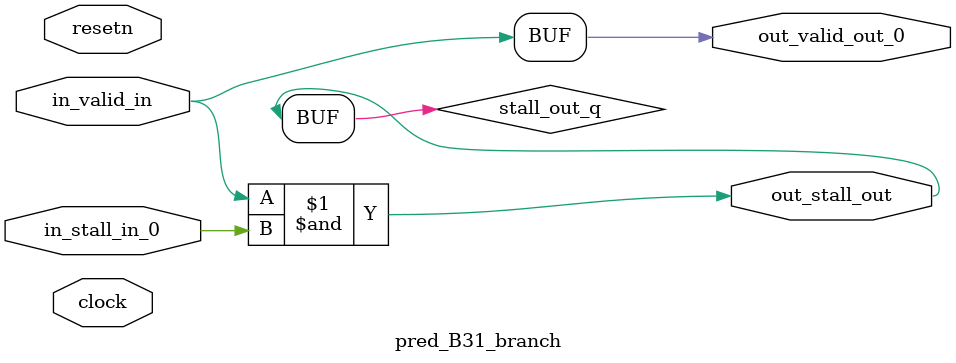
<source format=sv>



(* altera_attribute = "-name AUTO_SHIFT_REGISTER_RECOGNITION OFF; -name MESSAGE_DISABLE 10036; -name MESSAGE_DISABLE 10037; -name MESSAGE_DISABLE 14130; -name MESSAGE_DISABLE 14320; -name MESSAGE_DISABLE 15400; -name MESSAGE_DISABLE 14130; -name MESSAGE_DISABLE 10036; -name MESSAGE_DISABLE 12020; -name MESSAGE_DISABLE 12030; -name MESSAGE_DISABLE 12010; -name MESSAGE_DISABLE 12110; -name MESSAGE_DISABLE 14320; -name MESSAGE_DISABLE 13410; -name MESSAGE_DISABLE 113007; -name MESSAGE_DISABLE 10958" *)
module pred_B31_branch (
    input wire [0:0] in_stall_in_0,
    input wire [0:0] in_valid_in,
    output wire [0:0] out_stall_out,
    output wire [0:0] out_valid_out_0,
    input wire clock,
    input wire resetn
    );

    wire [0:0] stall_out_q;


    // stall_out(LOGICAL,6)
    assign stall_out_q = in_valid_in & in_stall_in_0;

    // out_stall_out(GPOUT,4)
    assign out_stall_out = stall_out_q;

    // out_valid_out_0(GPOUT,5)
    assign out_valid_out_0 = in_valid_in;

endmodule

</source>
